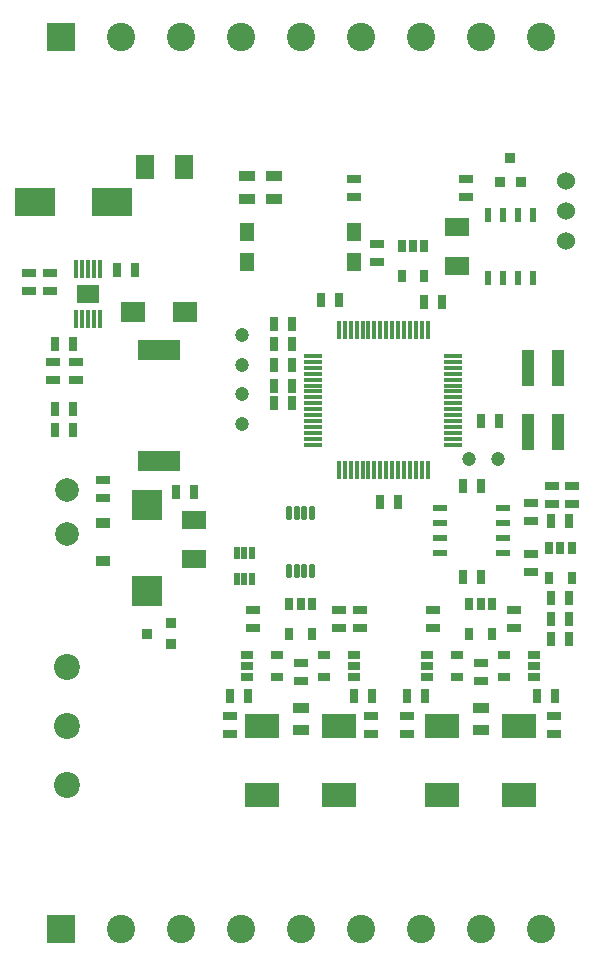
<source format=gbr>
%TF.GenerationSoftware,KiCad,Pcbnew,6.0.0*%
%TF.CreationDate,2022-04-16T14:37:20+02:00*%
%TF.ProjectId,cowdin-3a-pwrmon,636f7764-696e-42d3-9361-2d7077726d6f,1*%
%TF.SameCoordinates,Original*%
%TF.FileFunction,Soldermask,Top*%
%TF.FilePolarity,Negative*%
%FSLAX46Y46*%
G04 Gerber Fmt 4.6, Leading zero omitted, Abs format (unit mm)*
G04 Created by KiCad (PCBNEW 6.0.0) date 2022-04-16 14:37:20*
%MOMM*%
%LPD*%
G01*
G04 APERTURE LIST*
G04 Aperture macros list*
%AMRoundRect*
0 Rectangle with rounded corners*
0 $1 Rounding radius*
0 $2 $3 $4 $5 $6 $7 $8 $9 X,Y pos of 4 corners*
0 Add a 4 corners polygon primitive as box body*
4,1,4,$2,$3,$4,$5,$6,$7,$8,$9,$2,$3,0*
0 Add four circle primitives for the rounded corners*
1,1,$1+$1,$2,$3*
1,1,$1+$1,$4,$5*
1,1,$1+$1,$6,$7*
1,1,$1+$1,$8,$9*
0 Add four rect primitives between the rounded corners*
20,1,$1+$1,$2,$3,$4,$5,0*
20,1,$1+$1,$4,$5,$6,$7,0*
20,1,$1+$1,$6,$7,$8,$9,0*
20,1,$1+$1,$8,$9,$2,$3,0*%
G04 Aperture macros list end*
%ADD10R,2.032000X1.524000*%
%ADD11R,3.560000X1.780000*%
%ADD12R,0.300000X1.524000*%
%ADD13R,1.524000X0.300000*%
%ADD14R,1.143000X0.635000*%
%ADD15R,0.635000X1.143000*%
%ADD16RoundRect,0.050000X-0.200000X-0.500000X0.200000X-0.500000X0.200000X0.500000X-0.200000X0.500000X0*%
%ADD17R,1.000760X0.701040*%
%ADD18R,0.914400X0.914400*%
%ADD19R,2.400000X2.400000*%
%ADD20C,2.400000*%
%ADD21C,1.198880*%
%ADD22R,2.100000X1.800000*%
%ADD23R,0.609600X1.270000*%
%ADD24R,1.397000X0.889000*%
%ADD25R,3.000000X2.000000*%
%ADD26R,3.500120X2.400300*%
%ADD27R,1.220000X0.910000*%
%ADD28RoundRect,0.070000X-0.150000X-0.500000X0.150000X-0.500000X0.150000X0.500000X-0.150000X0.500000X0*%
%ADD29R,0.701040X1.000760*%
%ADD30C,1.200000*%
%ADD31R,1.300000X1.500000*%
%ADD32R,1.270000X0.609600*%
%ADD33C,2.200000*%
%ADD34C,2.000000*%
%ADD35R,0.300000X1.600000*%
%ADD36R,1.880000X1.570000*%
%ADD37R,1.000000X3.100000*%
%ADD38C,1.524000*%
%ADD39R,1.524000X2.032000*%
%ADD40R,2.500000X2.500000*%
G04 APERTURE END LIST*
D10*
%TO.C,R18*%
X139500000Y-108099000D03*
X139500000Y-111401000D03*
%TD*%
D11*
%TO.C,L1*%
X136550000Y-93750000D03*
X136550000Y-103150000D03*
%TD*%
D12*
%TO.C,U1*%
X151750000Y-103912000D03*
X152250000Y-103912000D03*
X152750000Y-103912000D03*
X153250000Y-103912000D03*
X153750000Y-103912000D03*
X154250000Y-103912000D03*
X154750000Y-103912000D03*
X155250000Y-103912000D03*
X155750000Y-103912000D03*
X156250000Y-103912000D03*
X156750000Y-103912000D03*
X157250000Y-103912000D03*
X157750000Y-103912000D03*
X158250000Y-103912000D03*
X158750000Y-103912000D03*
X159250000Y-103912000D03*
D13*
X161412000Y-101750000D03*
X161412000Y-101250000D03*
X161412000Y-100750000D03*
X161412000Y-100250000D03*
X161412000Y-99750000D03*
X161412000Y-99250000D03*
X161412000Y-98750000D03*
X161412000Y-98250000D03*
X161412000Y-97750000D03*
X161412000Y-97250000D03*
X161412000Y-96750000D03*
X161412000Y-96250000D03*
X161412000Y-95750000D03*
X161412000Y-95250000D03*
X161412000Y-94750000D03*
X161412000Y-94250000D03*
D12*
X159250000Y-92088000D03*
X158750000Y-92088000D03*
X158250000Y-92088000D03*
X157750000Y-92088000D03*
X157250000Y-92088000D03*
X156750000Y-92088000D03*
X156250000Y-92088000D03*
X155750000Y-92088000D03*
X155250000Y-92088000D03*
X154750000Y-92088000D03*
X154250000Y-92088000D03*
X153750000Y-92088000D03*
X153250000Y-92088000D03*
X152750000Y-92088000D03*
X152250000Y-92088000D03*
X151750000Y-92088000D03*
D13*
X149588000Y-94250000D03*
X149588000Y-94750000D03*
X149588000Y-95250000D03*
X149588000Y-95750000D03*
X149588000Y-96250000D03*
X149588000Y-96750000D03*
X149588000Y-97250000D03*
X149588000Y-97750000D03*
X149588000Y-98250000D03*
X149588000Y-98750000D03*
X149588000Y-99250000D03*
X149588000Y-99750000D03*
X149588000Y-100250000D03*
X149588000Y-100750000D03*
X149588000Y-101250000D03*
X149588000Y-101750000D03*
%TD*%
D14*
%TO.C,C7*%
X163750000Y-120238000D03*
X163750000Y-121762000D03*
%TD*%
D15*
%TO.C,C13*%
X137988000Y-105750000D03*
X139512000Y-105750000D03*
%TD*%
D14*
%TO.C,R17*%
X151750000Y-117262000D03*
X151750000Y-115738000D03*
%TD*%
%TO.C,R51*%
X142500000Y-124738000D03*
X142500000Y-126262000D03*
%TD*%
D15*
%TO.C,R15*%
X171262000Y-108250000D03*
X169738000Y-108250000D03*
%TD*%
D14*
%TO.C,C11*%
X153050000Y-80762000D03*
X153050000Y-79238000D03*
%TD*%
D16*
%TO.C,U14*%
X143100000Y-113100000D03*
X143750000Y-113100000D03*
X144400000Y-113100000D03*
X144400000Y-110900000D03*
X143750000Y-110900000D03*
X143100000Y-110900000D03*
%TD*%
D17*
%TO.C,U6*%
X159230000Y-119547500D03*
X159230000Y-120500000D03*
X159230000Y-121452500D03*
X161770000Y-121452500D03*
X161770000Y-119547500D03*
%TD*%
D18*
%TO.C,Q1*%
X137516000Y-118639000D03*
X137516000Y-116861000D03*
X135484000Y-117750000D03*
%TD*%
D14*
%TO.C,R16*%
X168000000Y-110988000D03*
X168000000Y-112512000D03*
%TD*%
D18*
%TO.C,D1*%
X165361000Y-79516000D03*
X167139000Y-79516000D03*
X166250000Y-77484000D03*
%TD*%
D14*
%TO.C,C6*%
X148500000Y-120238000D03*
X148500000Y-121762000D03*
%TD*%
D19*
%TO.C,P1*%
X128180000Y-67250000D03*
D20*
X133260000Y-67250000D03*
X138340000Y-67250000D03*
X143420000Y-67250000D03*
X148500000Y-67250000D03*
X153580000Y-67250000D03*
X158660000Y-67250000D03*
X163740000Y-67250000D03*
X168820000Y-67250000D03*
%TD*%
D15*
%TO.C,C16*%
X158988000Y-89650000D03*
X160512000Y-89650000D03*
%TD*%
D14*
%TO.C,R4*%
X155000000Y-86262000D03*
X155000000Y-84738000D03*
%TD*%
D15*
%TO.C,C22*%
X147762000Y-95000000D03*
X146238000Y-95000000D03*
%TD*%
%TO.C,C18*%
X147762000Y-96750000D03*
X146238000Y-96750000D03*
%TD*%
D21*
%TO.C,TP6*%
X143500000Y-92500000D03*
%TD*%
D14*
%TO.C,R43*%
X159750000Y-115738000D03*
X159750000Y-117262000D03*
%TD*%
D17*
%TO.C,U5*%
X168270000Y-121452500D03*
X168270000Y-120500000D03*
X168270000Y-119547500D03*
X165730000Y-119547500D03*
X165730000Y-121452500D03*
%TD*%
D14*
%TO.C,C5*%
X127500000Y-94738000D03*
X127500000Y-96262000D03*
%TD*%
D17*
%TO.C,U8*%
X143980000Y-119547500D03*
X143980000Y-120500000D03*
X143980000Y-121452500D03*
X146520000Y-121452500D03*
X146520000Y-119547500D03*
%TD*%
D14*
%TO.C,R5*%
X127250000Y-87238000D03*
X127250000Y-88762000D03*
%TD*%
%TO.C,R41*%
X157500000Y-124738000D03*
X157500000Y-126262000D03*
%TD*%
D22*
%TO.C,D2*%
X138700000Y-90500000D03*
X134300000Y-90500000D03*
%TD*%
D23*
%TO.C,U2*%
X164345000Y-87667000D03*
X165615000Y-87667000D03*
X166885000Y-87667000D03*
X168155000Y-87667000D03*
X168155000Y-82333000D03*
X166885000Y-82333000D03*
X165615000Y-82333000D03*
X164345000Y-82333000D03*
%TD*%
D24*
%TO.C,C8*%
X163750000Y-125952500D03*
X163750000Y-124047500D03*
%TD*%
D15*
%TO.C,C12*%
X132988000Y-87000000D03*
X134512000Y-87000000D03*
%TD*%
D25*
%TO.C,R10*%
X167000000Y-131450000D03*
X167000000Y-125550000D03*
%TD*%
D24*
%TO.C,C9*%
X148500000Y-125952500D03*
X148500000Y-124047500D03*
%TD*%
D15*
%TO.C,R6*%
X129262000Y-93250000D03*
X127738000Y-93250000D03*
%TD*%
D26*
%TO.C,C2*%
X132501200Y-81250000D03*
X125998800Y-81250000D03*
%TD*%
D15*
%TO.C,R22*%
X152988000Y-123000000D03*
X154512000Y-123000000D03*
%TD*%
D27*
%TO.C,D3*%
X131750000Y-111635000D03*
X131750000Y-108365000D03*
%TD*%
D28*
%TO.C,U13*%
X147525000Y-112450000D03*
X148175000Y-112450000D03*
X148825000Y-112450000D03*
X149475000Y-112450000D03*
X149475000Y-107550000D03*
X148825000Y-107550000D03*
X148175000Y-107550000D03*
X147525000Y-107550000D03*
%TD*%
D15*
%TO.C,R14*%
X147762000Y-91500000D03*
X146238000Y-91500000D03*
%TD*%
D29*
%TO.C,U4*%
X158952500Y-84980000D03*
X158000000Y-84980000D03*
X157047500Y-84980000D03*
X157047500Y-87520000D03*
X158952500Y-87520000D03*
%TD*%
D14*
%TO.C,R13*%
X166600000Y-115738000D03*
X166600000Y-117262000D03*
%TD*%
D15*
%TO.C,R12*%
X168488000Y-123000000D03*
X170012000Y-123000000D03*
%TD*%
D14*
%TO.C,C10*%
X162500000Y-80762000D03*
X162500000Y-79238000D03*
%TD*%
D25*
%TO.C,R20*%
X151750000Y-131450000D03*
X151750000Y-125550000D03*
%TD*%
D15*
%TO.C,C24*%
X171262000Y-118250000D03*
X169738000Y-118250000D03*
%TD*%
D21*
%TO.C,TP5*%
X143500000Y-95000000D03*
%TD*%
%TO.C,TP3*%
X143500000Y-97500000D03*
%TD*%
D30*
%TO.C,TP8*%
X165250000Y-103000000D03*
%TD*%
D31*
%TO.C,U3*%
X144000000Y-83730000D03*
X144000000Y-86270000D03*
X153000000Y-86270000D03*
X153000000Y-83730000D03*
%TD*%
D32*
%TO.C,U15*%
X165667000Y-110905000D03*
X165667000Y-109635000D03*
X165667000Y-108365000D03*
X165667000Y-107095000D03*
X160333000Y-107095000D03*
X160333000Y-108365000D03*
X160333000Y-109635000D03*
X160333000Y-110905000D03*
%TD*%
D14*
%TO.C,R53*%
X144500000Y-115738000D03*
X144500000Y-117262000D03*
%TD*%
D19*
%TO.C,P2*%
X128180000Y-142750000D03*
D20*
X133260000Y-142750000D03*
X138340000Y-142750000D03*
X143420000Y-142750000D03*
X148500000Y-142750000D03*
X153580000Y-142750000D03*
X158660000Y-142750000D03*
X163740000Y-142750000D03*
X168820000Y-142750000D03*
%TD*%
D33*
%TO.C,RL1*%
X128700000Y-125600000D03*
X128700000Y-120600000D03*
X128700000Y-130600000D03*
D34*
X128700000Y-109350000D03*
X128700000Y-105600000D03*
%TD*%
D14*
%TO.C,R23*%
X153500000Y-115738000D03*
X153500000Y-117262000D03*
%TD*%
%TO.C,C25*%
X171500000Y-106762000D03*
X171500000Y-105238000D03*
%TD*%
%TO.C,R11*%
X170000000Y-124738000D03*
X170000000Y-126262000D03*
%TD*%
D15*
%TO.C,C23*%
X171262000Y-116500000D03*
X169738000Y-116500000D03*
%TD*%
D14*
%TO.C,R21*%
X154500000Y-124738000D03*
X154500000Y-126262000D03*
%TD*%
D35*
%TO.C,U11*%
X131500000Y-86900000D03*
X131000000Y-86900000D03*
X130500000Y-86900000D03*
X130000000Y-86900000D03*
X129500000Y-86900000D03*
X129500000Y-91100000D03*
X130000000Y-91100000D03*
X130500000Y-91100000D03*
X131000000Y-91100000D03*
X131500000Y-91100000D03*
D36*
X130500000Y-89000000D03*
%TD*%
D17*
%TO.C,U7*%
X153020000Y-121452500D03*
X153020000Y-120500000D03*
X153020000Y-119547500D03*
X150480000Y-119547500D03*
X150480000Y-121452500D03*
%TD*%
D15*
%TO.C,R42*%
X159012000Y-123000000D03*
X157488000Y-123000000D03*
%TD*%
D24*
%TO.C,R3*%
X146250000Y-80952500D03*
X146250000Y-79047500D03*
%TD*%
D15*
%TO.C,C28*%
X162238000Y-105250000D03*
X163762000Y-105250000D03*
%TD*%
%TO.C,C15*%
X163738000Y-99750000D03*
X165262000Y-99750000D03*
%TD*%
D30*
%TO.C,TP7*%
X162750000Y-103000000D03*
%TD*%
D14*
%TO.C,C21*%
X131750000Y-106262000D03*
X131750000Y-104738000D03*
%TD*%
D25*
%TO.C,R40*%
X160500000Y-125550000D03*
X160500000Y-131450000D03*
%TD*%
D29*
%TO.C,U12*%
X171452500Y-110480000D03*
X170500000Y-110480000D03*
X169547500Y-110480000D03*
X169547500Y-113020000D03*
X171452500Y-113020000D03*
%TD*%
%TO.C,U10*%
X149452500Y-115230000D03*
X148500000Y-115230000D03*
X147547500Y-115230000D03*
X147547500Y-117770000D03*
X149452500Y-117770000D03*
%TD*%
D10*
%TO.C,R1*%
X161750000Y-86651000D03*
X161750000Y-83349000D03*
%TD*%
D29*
%TO.C,U9*%
X164702500Y-115230000D03*
X163750000Y-115230000D03*
X162797500Y-115230000D03*
X162797500Y-117770000D03*
X164702500Y-117770000D03*
%TD*%
D15*
%TO.C,R52*%
X144012000Y-123000000D03*
X142488000Y-123000000D03*
%TD*%
D21*
%TO.C,TP4*%
X143500000Y-100000000D03*
%TD*%
D15*
%TO.C,C19*%
X147762000Y-98250000D03*
X146238000Y-98250000D03*
%TD*%
D14*
%TO.C,C4*%
X129500000Y-94738000D03*
X129500000Y-96262000D03*
%TD*%
D15*
%TO.C,C29*%
X163762000Y-113000000D03*
X162238000Y-113000000D03*
%TD*%
D25*
%TO.C,R50*%
X145250000Y-125550000D03*
X145250000Y-131450000D03*
%TD*%
D15*
%TO.C,R9*%
X146238000Y-93250000D03*
X147762000Y-93250000D03*
%TD*%
D37*
%TO.C,P3*%
X167730000Y-100700000D03*
X167730000Y-95300000D03*
X170270000Y-100700000D03*
X170270000Y-95300000D03*
%TD*%
D38*
%TO.C,SW1*%
X171000000Y-84540000D03*
X171000000Y-82000000D03*
X171000000Y-79460000D03*
%TD*%
D15*
%TO.C,R7*%
X127738000Y-100500000D03*
X129262000Y-100500000D03*
%TD*%
D14*
%TO.C,C3*%
X125500000Y-87238000D03*
X125500000Y-88762000D03*
%TD*%
%TO.C,C27*%
X168000000Y-108262000D03*
X168000000Y-106738000D03*
%TD*%
D39*
%TO.C,C1*%
X135349000Y-78250000D03*
X138651000Y-78250000D03*
%TD*%
D40*
%TO.C,C14*%
X135500000Y-106850000D03*
X135500000Y-114150000D03*
%TD*%
D15*
%TO.C,C17*%
X151762000Y-89500000D03*
X150238000Y-89500000D03*
%TD*%
%TO.C,R8*%
X129262000Y-98750000D03*
X127738000Y-98750000D03*
%TD*%
D24*
%TO.C,R2*%
X144000000Y-80952500D03*
X144000000Y-79047500D03*
%TD*%
D14*
%TO.C,L2*%
X169750000Y-105238000D03*
X169750000Y-106762000D03*
%TD*%
D15*
%TO.C,C20*%
X155238000Y-106650000D03*
X156762000Y-106650000D03*
%TD*%
%TO.C,C26*%
X171262000Y-114750000D03*
X169738000Y-114750000D03*
%TD*%
M02*

</source>
